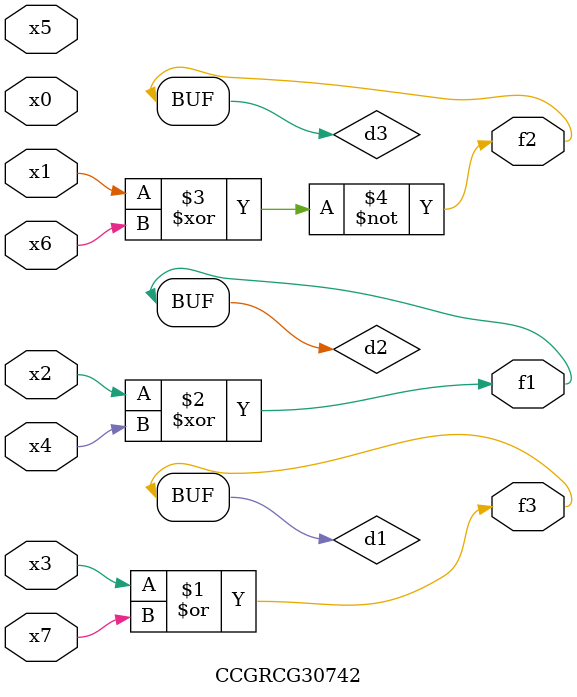
<source format=v>
module CCGRCG30742(
	input x0, x1, x2, x3, x4, x5, x6, x7,
	output f1, f2, f3
);

	wire d1, d2, d3;

	or (d1, x3, x7);
	xor (d2, x2, x4);
	xnor (d3, x1, x6);
	assign f1 = d2;
	assign f2 = d3;
	assign f3 = d1;
endmodule

</source>
